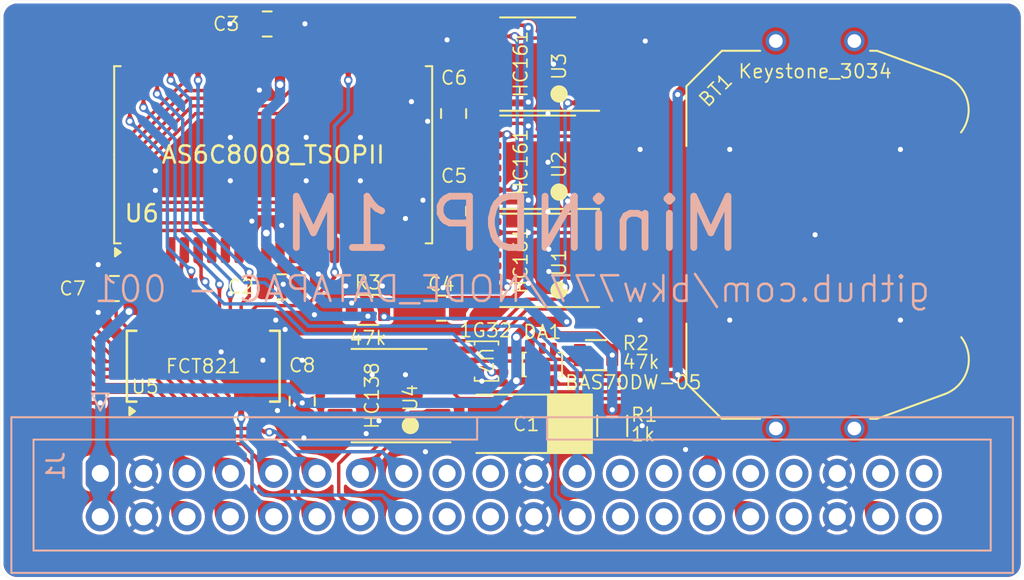
<source format=kicad_pcb>
(kicad_pcb (version 20240108) (generator "pcbnew") (generator_version "8.0")
  (title_block (title "MiniNDP 1M") (date "2024-05-13") (rev "001") (company "Brian K. White - b.kenyon.w@gmail.com") (comment 1 "github.com/bkw777/NODE_DATAPAC"))
  (layers (0 "F.Cu" signal) (31 "B.Cu" signal) (34 "B.Paste" user) (35 "F.Paste" user) (36 "B.SilkS" user "B.Silkscreen") (37 "F.SilkS" user "F.Silkscreen") (38 "B.Mask" user) (39 "F.Mask" user) (44 "Edge.Cuts" user))
  (net 0 "")
  (net 1 "GND")
  (net 2 "VMEM")
  (net 3 "VBUS")
  (net 4 "/AD0")
  (net 5 "/AD1")
  (net 6 "/AD2")
  (net 7 "/AD3")
  (net 8 "/AD4")
  (net 9 "/AD5")
  (net 10 "/AD6")
  (net 11 "/AD7")
  (net 12 "/A8")
  (net 13 "/A9")
  (net 14 "/~{RD}")
  (net 15 "/RAMRST")
  (net 16 "/~{Y0}")
  (net 17 "/(A)")
  (net 23 "/~{BLOCK}")
  (net 24 "/~{BYTE}")
  (net 25 "/TC0")
  (net 27 "/BUS_A10")
  (net 30 "/SLEEP")
  (net 31 "/A5")
  (net 32 "/A6")
  (net 33 "/TC1")
  (net 34 "/~{CE}")
  (net 35 "/A7")
  (net 36 "/BATT+")
  (net 37 "/BUS_A8")
  (net 38 "/BUS_A9")
  (net 39 "/A0")
  (net 40 "/A1")
  (net 41 "/A2")
  (net 42 "/A3")
  (net 43 "/A4")
  (net 44 "/BUS_A11")
  (net 58 "/~{WR}")
  (net 60 "Net-(C1-Pad1)")
  (net 62 "/A15")
  (net 63 "/A12")
  (net 64 "/A13")
  (net 65 "/A18")
  (net 66 "/A14")
  (net 67 "/A16")
  (net 68 "/A19")
  (net 69 "/A17")
  (net 70 "/A10")
  (net 71 "/A11")
  (footprint "000_LOCAL:CP_6032" (layer "F.Cu") (at 152.8565 110.85 180)
    (property "Reference" "C1")
    (property "Value" "220u10v" (hide yes))
  )
  (footprint "000_LOCAL:Fiducial_0.75_1.5" (layer "F.Cu") (at 180.2 87.775)
    (property "Reference" "F1" (hide yes))
    (property "Value" "Fiducial_0.75_1.5" (hide yes))
  )
  (footprint "000_LOCAL:TSSOP-16" (layer "F.Cu") (at 144.7375 109.2 180)
    (property "Reference" "U4")
    (property "Value" "HC138")
  )
  (footprint "000_LOCAL:TSOP-II-44" (layer "F.Cu") (at 137.95 95.0875 90)
    (property "Reference" "U6")
    (property "Value" "AS6C8008_TSOPII")
  )
  (footprint "000_LOCAL:C_0805" (layer "F.Cu") (at 139.65 109.525 90)
    (property "Reference" "C8")
    (property "Value" "1u")
  )
  (footprint "000_LOCAL:Fiducial_0.75_1.5" (layer "F.Cu") (at 180.2 118.275)
    (property "Reference" "F2" (hide yes))
    (property "Value" "Fiducial_0.75_1.5" (hide yes))
  )
  (footprint "000_LOCAL:C_0805" (layer "F.Cu") (at 138.45 102.825)
    (property "Reference" "C2")
    (property "Value" "1u")
  )
  (footprint "000_LOCAL:TSSOP-16" (layer "F.Cu") (at 153.45 95.525 180)
    (property "Reference" "U2")
    (property "Value" "HC161")
  )
  (footprint "000_LOCAL:C_0805" (layer "F.Cu") (at 148.521 98.388 -90)
    (property "Reference" "C5")
    (property "Value" "1u" (hide yes))
  )
  (footprint "000_LOCAL:SOT-363_SC-70-6_symmetric" (layer "F.Cu") (at 153.716 107.375 90)
    (property "Reference" "DA1")
    (property "Value" "BAS70DW-05")
  )
  (footprint "000_LOCAL:SSOP-24" (layer "F.Cu") (at 133.8525 107.475 90)
    (property "Reference" "U5")
    (property "Value" "FCT821")
  )
  (footprint "000_LOCAL:R_0805" (layer "F.Cu") (at 157.816 110.975 -90)
    (property "Reference" "R1")
    (property "Value" "1k")
  )
  (footprint "000_LOCAL:SOT-353_SC-70-5" (layer "F.Cu") (at 150.45 107.175)
    (property "Reference" "U7")
    (property "Value" "1G32")
  )
  (footprint "000_LOCAL:C_0805" (layer "F.Cu") (at 137.600001 87.425 180)
    (property "Reference" "C3")
    (property "Value" "1u")
  )
  (footprint "000_LOCAL:R_0805" (layer "F.Cu") (at 156.866 106.825 180)
    (property "Reference" "R2")
    (property "Value" "47k")
  )
  (footprint "000_LOCAL:C_0805" (layer "F.Cu") (at 147.8 104.075 180)
    (property "Reference" "C4")
    (property "Value" "1u" (hide yes))
  )
  (footprint "000_LOCAL:TSSOP-16" (layer "F.Cu") (at 153.45 89.775 180)
    (property "Reference" "U3")
    (property "Value" "HC161")
  )
  (footprint "000_LOCAL:Fiducial_0.75_1.5" (layer "F.Cu") (at 123.7 118.275)
    (property "Reference" "F3" (hide yes))
    (property "Value" "Fiducial_0.75_1.5" (hide yes))
  )
  (footprint "000_LOCAL:Keystone_3028_3034" (layer "F.Cu") (at 169.7 99.775 90)
    (property "Reference" "BT1")
    (property "Value" "Keystone_3034")
  )
  (footprint "000_LOCAL:R_0805" (layer "F.Cu") (at 143.5 104.175)
    (property "Reference" "R3")
    (property "Value" "47k")
  )
  (footprint "000_LOCAL:TSSOP-16" (layer "F.Cu") (at 153.45 101.275 180)
    (property "Reference" "U1")
    (property "Value" "HC161")
  )
  (footprint "000_LOCAL:C_0805" (layer "F.Cu") (at 128.650001 102.925 180)
    (property "Reference" "C7")
    (property "Value" "1u" (hide yes))
  )
  (footprint "000_LOCAL:C_0805" (layer "F.Cu") (at 148.521 92.673 -90)
    (property "Reference" "C6")
    (property "Value" "1u" (hide yes))
  )
  (footprint "000_LOCAL:IDC-Header_2x20_P2.54mm_Vertical" (layer "B.Cu") (at 127.82 113.755 -90)
    (property "Reference" "J1")
    (property "Value" "Conn_02x20_Odd_Even")
  )
  (gr_arc (start 180.95 86.025) (mid 181.657107 86.317893) (end 181.95 87.025) (stroke (width 0.01)) (layer "Edge.Cuts"))
  (gr_line (start 122.95 86.025) (end 180.95 86.025) (stroke (width 0.01)) (layer "Edge.Cuts"))
  (gr_arc (start 121.95 87.025) (mid 122.242893 86.317893) (end 122.95 86.025) (stroke (width 0.01)) (layer "Edge.Cuts"))
  (gr_line (start 180.95 120.025) (end 122.95 120.025) (stroke (width 0.01)) (layer "Edge.Cuts"))
  (gr_arc (start 181.95 119.025) (mid 181.657107 119.732107) (end 180.95 120.025) (stroke (width 0.01)) (layer "Edge.Cuts"))
  (gr_line (start 181.95 87.025) (end 181.95 119.025) (stroke (width 0.01)) (layer "Edge.Cuts"))
  (gr_arc (start 122.95 120.025) (mid 122.242893 119.732107) (end 121.95 119.025) (stroke (width 0.01)) (layer "Edge.Cuts"))
  (gr_line (start 121.95 119.025) (end 121.95 87.025) (stroke (width 0.01)) (layer "Edge.Cuts"))
  (gr_text "${TITLE}" (at 151.95 99.15 0) (layer "B.SilkS") (effects (font (size 3 3) (thickness 0.4)) (justify mirror)))
  (gr_text "${COMMENT1} - ${REVISION}" (at 151.95 102.96 0) (layer "B.SilkS") (effects (font (size 1.5 1.5)) (justify mirror)))
  (via (at 131.05 96.025) (size 0.5) (drill 0.3) (layers "F.Cu" "B.Cu") (net 1))
  (via (at 147.9 102.875) (size 0.5) (drill 0.3) (layers "F.Cu" "B.Cu") (net 1))
  (via (at 135.4146 87.4152) (size 0.5) (drill 0.3) (layers "F.Cu" "B.Cu") (net 1))
  (via (at 169.7 99.775) (size 0.5) (drill 0.3) (layers "F.Cu" "B.Cu") (net 1))
  (via (at 143.06 94.07) (size 0.5) (drill 0.3) (layers "F.Cu" "B.Cu") (net 1))
  (via (at 154.05 92.675) (size 0.5) (drill 0.3) (layers "F.Cu" "B.Cu") (net 1))
  (via (at 164.7 94.775) (size 0.5) (drill 0.3) (layers "F.Cu" "B.Cu") (net 1))
  (via (at 137.1418 91.3014) (size 0.5) (drill 0.3) (layers "F.Cu" "B.Cu") (net 1))
  (via (at 127.7 101.525) (size 0.5) (drill 0.3) (layers "F.Cu" "B.Cu") (net 1))
  (via (at 174.7 94.775) (size 0.5) (drill 0.3) (layers "F.Cu" "B.Cu") (net 1))
  (via (at 143.5 104.545) (size 0.5) (drill 0.3) (layers "F.Cu" "B.Cu") (net 1))
  (via (at 137.35 107.125) (size 0.5) (drill 0.3) (layers "F.Cu" "B.Cu") (net 1))
  (via (at 154.05 98.425) (size 0.5) (drill 0.3) (layers "F.Cu" "B.Cu") (net 1))
  (via (at 154.1 100.625) (size 0.5) (drill 0.3) (layers "F.Cu" "B.Cu") (net 1))
  (via (at 135.44 94.07) (size 0.5) (drill 0.3) (layers "F.Cu" "B.Cu") (net 1))
  (via (at 138.65 105.325) (size 0.5) (drill 0.3) (layers "F.Cu" "B.Cu") (net 1))
  (via (at 143.75 107.975) (size 0.5) (drill 0.3) (layers "F.Cu" "B.Cu") (net 1))
  (via (at 138.54 102.675) (size 0.5) (drill 0.3) (layers "F.Cu" "B.Cu") (net 1))
  (via (at 142.2 102.775) (size 0.5) (drill 0.3) (layers "F.Cu" "B.Cu") (net 1))
  (via (at 162.11 112.358) (size 0.5) (drill 0.3) (layers "F.Cu" "B.Cu") (net 1))
  (via (at 138.45 99.225) (size 0.5) (drill 0.3) (layers "F.Cu" "B.Cu") (net 1))
  (via (at 145.7 98.825) (size 0.5) (drill 0.3) (layers "F.Cu" "B.Cu") (net 1))
  (via (at 139.885 96.61) (size 0.5) (drill 0.3) (layers "F.Cu" "B.Cu") (net 1))
  (via (at 146.87 112.485) (size 0.5) (drill 0.3) (layers "F.Cu" "B.Cu") (net 1))
  (via (at 144.15 110.675) (size 0.5) (drill 0.3) (layers "F.Cu" "B.Cu") (net 1))
  (via (at 138.1 104.775) (size 0.5) (drill 0.3) (layers "F.Cu" "B.Cu") (net 1))
  (via (at 164.7 104.775) (size 0.5) (drill 0.3) (layers "F.Cu" "B.Cu") (net 1))
  (via (at 127.7 104.325) (size 0.5) (drill 0.3) (layers "F.Cu" "B.Cu") (net 1))
  (via (at 154.1 101.925) (size 0.5) (drill 0.3) (layers "F.Cu" "B.Cu") (net 1))
  (via (at 143.4 111.425) (size 0.5) (drill 0.3) (layers "F.Cu" "B.Cu") (net 1))
  (via (at 140.6 102.075) (size 0.5) (drill 0.3) (layers "F.Cu" "B.Cu") (net 1))
  (via (at 159.75 88.425) (size 0.5) (drill 0.3) (layers "F.Cu" "B.Cu") (net 1))
  (via (at 159.45 94.775) (size 0.5) (drill 0.3) (layers "F.Cu" "B.Cu") (net 1))
  (via (at 139.65 107.125) (size 0.5) (drill 0.3) (layers "F.Cu" "B.Cu") (net 1))
  (via (at 144.35 102.775) (size 0.5) (drill 0.3) (layers "F.Cu" "B.Cu") (net 1))
  (via (at 140.3676 104.4586) (size 0.5) (drill 0.3) (layers "F.Cu" "B.Cu") (net 1))
  (via (at 139.8088 87.4152) (size 0.5) (drill 0.3) (layers "F.Cu" "B.Cu") (net 1))
  (via (at 134.9 106.635) (size 0.5) (drill 0.3) (layers "F.Cu" "B.Cu") (net 1))
  (via (at 148.14 88.355) (size 0.5) (drill 0.3) (layers "F.Cu" "B.Cu") (net 1))
  (via (at 146.05 91.975) (size 0.5) (drill 0.3) (layers "F.Cu" "B.Cu") (net 1))
  (via (at 150.175 108.35) (size 0.5) (drill 0.3) (layers "F.Cu" "B.Cu") (net 1))
  (via (at 138.2 110.075) (size 0.5) (drill 0.3) (layers "F.Cu" "B.Cu") (net 1))
  (via (at 145.7 107.975) (size 0.5) (drill 0.3) (layers "F.Cu" "B.Cu") (net 1))
  (via (at 143.06 96.61) (size 0.5) (drill 0.3) (layers "F.Cu" "B.Cu") (net 1))
  (via (at 131.05 97.175) (size 0.5) (drill 0.3) (layers "F.Cu" "B.Cu") (net 1))
  (via (at 136.7 98.975) (size 0.5) (drill 0.3) (layers "F.Cu" "B.Cu") (net 1))
  (via (at 174.7 104.775) (size 0.5) (drill 0.3) (layers "F.Cu" "B.Cu") (net 1))
  (via (at 146.725 97.75) (size 0.5) (drill 0.3) (layers "F.Cu" "B.Cu") (net 1))
  (via (at 154.05 95.525) (size 0.5) (drill 0.3) (layers "F.Cu" "B.Cu") (net 1))
  (via (at 159.45 104.775) (size 0.5) (drill 0.3) (layers "F.Cu" "B.Cu") (net 1))
  (via (at 139.885 94.07) (size 0.5) (drill 0.3) (layers "F.Cu" "B.Cu") (net 1))
  (via (at 139.75 111.675) (size 0.5) (drill 0.3) (layers "F.Cu" "B.Cu") (net 1))
  (via (at 159.57 110.961) (size 0.5) (drill 0.3) (layers "F.Cu" "B.Cu") (net 1))
  (via (at 147 93.125) (size 0.5) (drill 0.3) (layers "F.Cu" "B.Cu") (net 1))
  (via (at 154.375 89.775) (size 0.5) (drill 0.3) (layers "F.Cu" "B.Cu") (net 1))
  (via (at 135.44 96.61) (size 0.5) (drill 0.3) (layers "F.Cu" "B.Cu") (net 1))
  (segment (start 153.416 105.625) (end 156.916 105.625) (width 0.4) (layer "F.Cu") (net 2))
  (segment (start 153.066 106.425) (end 152.966 106.525) (width 0.4) (layer "F.Cu") (net 2))
  (segment (start 137.55 102.775) (end 137.5 102.825) (width 0.6) (layer "F.Cu") (net 2))
  (segment (start 153.066 105.975) (end 153.416 105.625) (width 0.4) (layer "F.Cu") (net 2))
  (segment (start 152.966 106.525) (end 151.4 106.525) (width 0.4) (layer "F.Cu") (net 2))
  (segment (start 142.55 104.175) (end 142.55 103.775) (width 0.2) (layer "F.Cu") (net 2))
  (segment (start 138.35 90.975) (end 138.35 89.5) (width 0.6) (layer "F.Cu") (net 2))
  (segment (start 156.916 105.625) (end 157.816 106.525) (width 0.4) (layer "F.Cu") (net 2))
  (segment (start 138.35 89.5) (end 138.35 87.625) (width 0.6) (layer "F.Cu") (net 2))
  (segment (start 153.066 106.425) (end 153.066 105.975) (width 0.4) (layer "F.Cu") (net 2))
  (segment (start 157.816 106.525) (end 157.816 106.825) (width 0.4) (layer "F.Cu") (net 2))
  (segment (start 138.35 87.625) (end 138.55 87.425) (width 0.6) (layer "F.Cu") (net 2))
  (segment (start 137.55 99.675) (end 137.55 102.775) (width 0.6) (layer "F.Cu") (net 2))
  (via (at 138.35 90.975) (size 0.6) (drill 0.4) (layers "F.Cu" "B.Cu") (net 2))
  (via (at 157.816 106.825) (size 0.5) (drill 0.3) (layers "F.Cu" "B.Cu") (net 2))
  (via (at 157.816 110.025) (size 0.5) (drill 0.3) (layers "F.Cu" "B.Cu") (net 2))
  (via (at 137.55 99.675) (size 0.6) (drill 0.4) (layers "F.Cu" "B.Cu") (net 2))
  (via (at 142.55 103.775) (size 0.5) (drill 0.3) (layers "F.Cu" "B.Cu") (net 2))
  (segment (start 157.816 110.025) (end 157.816 106.825) (width 0.6) (layer "B.Cu") (net 2))
  (segment (start 138.35 91.8625) (end 138.35 90.975) (width 0.6) (layer "B.Cu") (net 2))
  (segment (start 140.95 103.775) (end 137.55 100.375) (width 0.6) (layer "B.Cu") (net 2))
  (segment (start 157.816 106.825) (end 156.766 105.775) (width 0.6) (layer "B.Cu") (net 2))
  (segment (start 137.55 92.6625) (end 138.35 91.8625) (width 0.6) (layer "B.Cu") (net 2))
  (segment (start 154.73125 105.775) (end 152.73125 103.775) (width 0.6) (layer "B.Cu") (net 2))
  (segment (start 156.766 105.775) (end 154.73125 105.775) (width 0.6) (layer "B.Cu") (net 2))
  (segment (start 137.55 100.375) (end 137.55 99.675) (width 0.6) (layer "B.Cu") (net 2))
  (segment (start 137.55 99.675) (end 137.55 92.6625) (width 0.6) (layer "B.Cu") (net 2))
  (segment (start 152.73125 103.775) (end 140.95 103.775) (width 0.6) (layer "B.Cu") (net 2))
  (segment (start 151.975 103.55) (end 150.5875 103.55) (width 0.4) (layer "F.Cu") (net 3))
  (segment (start 139.899999 110.474999) (end 140.9 111.475) (width 0.4) (layer "F.Cu") (net 3))
  (segment (start 152.75 93.25) (end 150.5875 93.25) (width 0.2) (layer "F.Cu") (net 3))
  (segment (start 152.85 92.05) (end 150.5875 92.05) (width 0.4) (layer "F.Cu") (net 3))
  (segment (start 130.36 104.435) (end 130.36 104.875) (width 0.4) (layer "F.Cu") (net 3))
  (segment (start 129.9 103.225) (end 129.6 102.925) (width 0.4) (layer "F.Cu") (net 3))
  (segment (start 152.9 92) (end 152.85 92.05) (width 0.4) (layer "F.Cu") (net 3))
  (segment (start 130.36 104.635) (end 130.36 104.875) (width 0.4) (layer "F.Cu") (net 3))
  (segment (start 152.9 102.625) (end 151.975 103.55) (width 0.4) (layer "F.Cu") (net 3))
  (segment (start 127.82 109.625) (end 127.15 109.625) (width 0.2) (layer "F.Cu") (net 3))
  (segment (start 129.5 104.275) (end 130 104.275) (width 0.4) (layer "F.Cu") (net 3))
  (segment (start 152.9 97.75) (end 152.85 97.8) (width 0.4) (layer "F.Cu") (net 3))
  (segment (start 152.85 97.8) (end 150.5875 97.8) (width 0.4) (layer "F.Cu") (net 3))
  (segment (start 129.9 103.975) (end 129.9 103.225) (width 0.4) (layer "F.Cu") (net 3))
  (segment (start 129.6 102.925) (end 129.5 103.025) (width 0.6) (layer "F.Cu") (net 3))
  (segment (start 152.9 93.4) (end 152.75 93.25) (width 0.2) (layer "F.Cu") (net 3))
  (segment (start 123.7 106.175) (end 123.7 99.841) (width 0.2) (layer "F.Cu") (net 3))
  (segment (start 148.847999 92.05) (end 148.521 91.723001) (width 0.4) (layer "F.Cu") (net 3))
  (segment (start 150.5875 99.65) (end 150.5875 99) (width 0.2) (layer "F.Cu") (net 3))
  (segment (start 150.5875 103.55) (end 148.749999 103.55) (width 0.4) (layer "F.Cu") (net 3))
  (segment (start 153.1 104.875) (end 152.2 105.775) (width 0.6) (layer "F.Cu") (net 3))
  (segment (start 129.5 103.025) (end 129.5 104.275) (width 0.6) (layer "F.Cu") (net 3))
  (segment (start 156.3125 99.65) (end 152.9 99.65) (width 0.2) (layer "F.Cu") (net 3))
  (segment (start 150.5875 92.05) (end 148.847999 92.05) (width 0.4) (layer "F.Cu") (net 3))
  (segment (start 130.36 104.435) (end 129.9 103.975) (width 0.4) (layer "F.Cu") (net 3))
  (segment (start 127.15 109.625) (end 123.7 106.175) (width 0.2) (layer "F.Cu") (net 3))
  (segment (start 132.75 90.791) (end 132.75 89.5) (width 0.2) (layer "F.Cu") (net 3))
  (segment (start 150.5875 97.8) (end 148.882999 97.8) (width 0.4) (layer "F.Cu") (net 3))
  (segment (start 140.9 111.475) (end 141.875 111.475) (width 0.4) (layer "F.Cu") (net 3))
  (segment (start 155.15 104.875) (end 153.1 104.875) (width 0.6) (layer "F.Cu") (net 3))
  (segment (start 148.882999 97.8) (end 148.521 97.438001) (width 0.4) (layer "F.Cu") (net 3))
  (segment (start 123.7 99.841) (end 132.75 90.791) (width 0.2) (layer "F.Cu") (net 3))
  (segment (start 148.749999 103.55) (end 148.749999 104.075) (width 0.4) (layer "F.Cu") (net 3))
  (segment (start 139.65 109.625) (end 139.65 110.474999) (width 0.6) (layer "F.Cu") (net 3))
  (segment (start 152.75 87.5) (end 150.5875 87.5) (width 0.2) (layer "F.Cu") (net 3))
  (segment (start 152.2 108.325) (end 153.066 108.325) (width 0.4) (layer "F.Cu") (net 3))
  (segment (start 152.9 99.65) (end 150.5875 99.65) (width 0.2) (layer "F.Cu") (net 3))
  (segment (start 152.9 87.65) (end 152.75 87.5) (width 0.2) (layer "F.Cu") (net 3))
  (segment (start 139.65 110.474999) (end 139.899999 110.474999) (width 0.4) (layer "F.Cu") (net 3))
  (segment (start 130 104.275) (end 130.36 104.635) (width 0.4) (layer "F.Cu") (net 3))
  (via (at 152.9 99.65) (size 0.5) (drill 0.3) (layers "F.Cu" "B.Cu") (net 3))
  (via (at 127.82 109.625) (size 0.5) (drill 0.3) (layers "F.Cu" "B.Cu") (net 3))
  (via (at 152.9 102.625) (size 0.5) (drill 0.3) (layers "F.Cu" "B.Cu") (net 3))
  (via (at 139.65 109.625) (size 0.5) (drill 0.3) (layers "F.Cu" "B.Cu") (net 3))
  (via (at 152.9 93.4) (size 0.5) (drill 0.3) (layers "F.Cu" "B.Cu") (net 3))
  (via (at 152.9 92) (size 0.5) (drill 0.3) (layers "F.Cu" "B.Cu") (net 3))
  (via (at 152.9 87.65) (size 0.5) (drill 0.3) (layers "F.Cu" "B.Cu") (net 3))
  (via (at 152.9 97.75) (size 0.5) (drill 0.3) (layers "F.Cu" "B.Cu") (net 3))
  (via (at 155.15 104.875) (size 0.5) (drill 0.3) (layers "F.Cu" "B.Cu") (net 3))
  (via (at 152.2 105.775) (size 0.6) (drill 0.4) (layers "F.Cu" "B.Cu") (net 3))
  (via (at 152.2 108.325) (size 0.6) (drill 0.4) (layers "F.Cu" "B.Cu") (net 3))
  (via (at 129.5 104.275) (size 0.6) (drill 0.4) (layers "F.Cu" "B.Cu") (net 3))
  (segment (start 155.15 104.875) (end 152.9 102.625) (width 0.6) (layer "B.Cu") (net 3))
  (segment (start 129.5 104.275) (end 127.82 105.955) (width 0.6) (layer "B.Cu") (net 3))
  (segment (start 127.82 105.955) (end 127.82 109.625) (width 0.6) (layer "B.Cu") (net 3))
  (segment (start 152.9 93.4) (end 152.9 92) (width 0.6) (layer "B.Cu") (net 3))
  (segment (start 139.65 109.625) (end 150.9 109.625) (width 0.6) (layer "B.Cu") (net 3))
  (segment (start 127.82 109.625) (end 127.82 113.755) (width 0.6) (layer "B.Cu") (net 3))
  (segment (start 139.65 109.625) (end 138.8 108.775) (width 0.6) (layer "B.Cu") (net 3))
  (segment (start 150.9 109.625) (end 152.2 108.325) (width 0.6) (layer "B.Cu") (net 3))
  (segment (start 152.9 97.75) (end 152.9 93.4) (width 0.6) (layer "B.Cu") (net 3))
  (segment (start 152.9 102.625) (end 152.9 97.75) (width 0.6) (layer "B.Cu") (net 3))
  (segment (start 152.9 92) (end 152.9 87.65) (width 0.6) (layer "B.Cu") (net 3))
  (segment (start 127.82 116.295) (end 127.82 113.755) (width 0.6) (layer "B.Cu") (net 3))
  (segment (start 138.8 108.775) (end 127.82 108.775) (width 0.6) (layer "B.Cu") (net 3))
  (segment (start 152.2 108.325) (end 152.2 105.775) (width 0.6) (layer "B.Cu") (net 3))
  (segment (start 124.15 100.026) (end 124.15 105.975) (width 0.2) (layer "F.Cu") (net 4))
  (segment (start 132.9 116.295) (end 131.63 115.025) (width 0.2) (layer "F.Cu") (net 4))
  (segment (start 127.179 109.004) (end 130.6 109.004) (width 0.2) (layer "F.Cu") (net 4))
  (segment (start 124.15 105.975) (end 127.179 109.004) (width 0.2) (layer "F.Cu") (net 4))
  (segment (start 135.7702 90.4632) (end 134.9084 91.325) (width 0.2) (layer "F.Cu") (net 4))
  (segment (start 131.63 115.025) (end 131.63 112.231) (width 0.2) (layer "F.Cu") (net 4))
  (segment (start 130.9188 109.9988) (end 130.995 110.075) (width 0.2) (layer "F.Cu") (net 4))
  (segment (start 135.7702 89.679799) (end 135.7702 90.4632) (width 0.2) (layer "F.Cu") (net 4))
  (segment (start 132.851 91.325) (end 124.15 100.026) (width 0.2) (layer "F.Cu") (net 4))
  (segment (start 135.95 89.499999) (end 135.7702 89.679799) (width 0.2) (layer "F.Cu") (net 4))
  (segment (start 130.9188 109.3228) (end 130.9188 109.9988) (width 0.2) (layer "F.Cu") (net 4))
  (segment (start 130.995 111.596) (end 130.995 110.075) (width 0.2) (layer "F.Cu") (net 4))
  (segment (start 134.9084 91.325) (end 132.851 91.325) (width 0.2) (layer "F.Cu") (net 4))
  (segment (start 131.63 112.231) (end 130.995 111.596) (width 0.2) (layer "F.Cu") (net 4))
  (segment (start 130.6 109.004) (end 130.9188 109.3228) (width 0.2) (layer "F.Cu") (net 4))
  (segment (start 124.6 105.725) (end 127.429 108.554) (width 0.2) (layer "F.Cu") (net 5))
  (segment (start 136.75 89.5) (end 136.583 89.667) (width 0.2) (layer "F.Cu") (net 5))
  (segment (start 127.429 108.554) (end 130.829 108.554) (width 0.2) (layer "F.Cu") (net 5))
  (segment (start 131.63 111.469) (end 131.63 110.075) (width 0.2) (layer "F.Cu") (net 5))
  (segment (start 135.2712 91.775) (end 133.0307 91.775) (width 0.2) (layer "F.Cu") (net 5))
  (segment (start 136.583 90.4632) (end 135.2712 91.775) (width 0.2) (layer "F.Cu") (net 5))
  (segment (start 136.583 89.667) (end 136.583 90.4632) (width 0.2) (layer "F.Cu") (net 5))
  (segment (start 132.392 112.231) (end 131.63 111.469) (width 0.2) (layer "F.Cu") (net 5))
  (segment (start 132.392 113.247) (end 132.392 112.231) (width 0.2) (layer "F.Cu") (net 5))
  (segment (start 124.6 100.2057) (end 124.6 105.725) (width 0.2) (layer "F.Cu") (net 5))
  (segment (start 131.5538 109.9988) (end 131.63 110.075) (width 0.2) (layer "F.Cu") (net 5))
  (segment (start 132.9 113.755) (end 132.392 113.247) (width 0.2) (layer "F.Cu") (net 5))
  (segment (start 130.829 108.554) (end 131.5538 109.2788) (width 0.2) (layer "F.Cu") (net 5))
  (segment (start 133.0307 91.775) (end 124.6 100.2057) (width 0.2) (layer "F.Cu") (net 5))
  (segment (start 131.5538 109.2788) (end 131.5538 109.9988) (width 0.2) (layer "F.Cu") (net 5))
  (segment (start 132.265 111.342) (end 132.265 110.075001) (width 0.2) (layer "F.Cu") (net 6))
  (segment (start 125.05 105.475) (end 125.05 100.375) (width 0.2) (layer "F.Cu") (net 6))
  (segment (start 127.679 108.104) (end 125.05 105.475) (width 0.2) (layer "F.Cu") (net 6))
  (segment (start 139.15 91.125) (end 139.15 89.5) (width 0.2) (layer "F.Cu") (net 6))
  (segment (start 132.1888 109.998801) (end 132.1888 109.2928) (width 0.2) (layer "F.Cu") (net 6))
  (segment (start 134.17 115.025) (end 134.17 113.247) (width 0.2) (layer "F.Cu") (net 6))
  (segment (start 135.44 116.295) (end 134.17 115.025) (width 0.2) (layer "F.Cu") (net 6))
  (segment (start 132.1888 109.2928) (end 131 108.104) (width 0.2) (layer "F.Cu") (net 6))
  (segment (start 131 108.104) (end 127.679 108.104) (width 0.2) (layer "F.Cu") (net 6))
  (segment (start 133.2 92.225) (end 138.05 92.225) (width 0.2) (layer "F.Cu") (net 6))
  (segment (start 138.05 92.225) (end 139.15 91.125) (width 0.2) (layer "F.Cu") (net 6))
  (segment (start 132.265 110.075001) (end 132.1888 109.998801) (width 0.2) (layer "F.Cu") (net 6))
  (segment (start 134.17 113.247) (end 132.265 111.342) (width 0.2) (layer "F.Cu") (net 6))
  (segment (start 125.05 100.375) (end 133.2 92.225) (width 0.2) (layer "F.Cu") (net 6))
  (segment (start 132.8238 109.2778) (end 131.2 107.654) (width 0.2) (layer "F.Cu") (net 7))
  (segment (start 132.9 110.075) (end 132.8238 109.9988) (width 0.2) (layer "F.Cu") (net 7))
  (segment (start 132.9 111.215) (end 132.9 110.075) (width 0.2) (layer "F.Cu") (net 7))
  (segment (start 127.929 107.654) (end 125.5 105.225) (width 0.2) (layer "F.Cu") (net 7))
  (segment (start 138.3 92.675) (end 139.95 91.025) (width 0.2) (layer "F.Cu") (net 7))
  (segment (start 135.44 113.755) (end 132.9 111.215) (width 0.2) (layer "F.Cu") (net 7))
  (segment (start 139.95 91.025) (end 139.95 89.499999) (width 0.2) (layer "F.Cu") (net 7))
  (segment (start 133.4 92.675) (end 138.3 92.675) (width 0.2) (layer "F.Cu") (net 7))
  (segment (start 132.8238 109.9988) (end 132.8238 109.2778) (width 0.2) (layer "F.Cu") (net 7))
  (segment (start 131.2 107.654) (end 127.929 107.654) (width 0.2) (layer "F.Cu") (net 7))
  (segment (start 125.5 105.225) (end 125.5 100.575) (width 0.2) (layer "F.Cu") (net 7))
  (segment (start 125.5 100.575) (end 133.4 92.675) (width 0.2) (layer "F.Cu") (net 7))
  (segment (start 135.3 113.615) (end 135.44 113.755) (width 0.2) (layer "B.Cu") (net 7))
  (segment (start 139.95 98.961) (end 139.95 100.675001) (width 0.2) (layer "F.Cu") (net 8))
  (segment (start 136.71 115.025) (end 136.71 113.247) (width 0.2) (layer "F.Cu") (net 8))
  (segment (start 131.35 107.204) (end 128.179 107.204) (width 0.2) (layer "F.Cu") (net 8))
  (segment (start 135.938 112.475) (end 135.0998 112.475) (width 0.2) (layer "F.Cu") (net 8))
  (segment (start 128.85 97.875) (end 138.864 97.875) (width 0.2) (layer "F.Cu") (net 8))
  (segment (start 133.535 110.9102) (end 133.535 110.075) (width 0.2) (layer "F.Cu") (net 8))
  (segment (start 138.864 97.875) (end 139.95 98.961) (width 0.2) (layer "F.Cu") (net 8))
  (segment (start 133.4588 109.3128) (end 131.35 107.204) (width 0.2) (layer "F.Cu") (net 8))
  (segment (start 125.95 100.775) (end 128.85 97.875) (width 0.2) (layer "F.Cu") (net 8))
  (segment (start 135.0998 112.475) (end 133.535 110.9102) (width 0.2) (layer "F.Cu") (net 8))
  (segment (start 133.535 110.075) (end 133.4588 109.9988) (width 0.2) (layer "F.Cu") (net 8))
  (segment (start 133.4588 109.9988) (end 133.4588 109.3128) (width 0.2) (layer "F.Cu") (net 8))
  (segment (start 136.71 113.247) (end 135.938 112.475) (width 0.2) (layer "F.Cu") (net 8))
  (segment (start 137.98 116.295) (end 136.71 115.025) (width 0.2) (layer "F.Cu") (net 8))
  (segment (start 125.95 104.975) (end 125.95 100.775) (width 0.2) (layer "F.Cu") (net 8))
  (segment (start 128.179 107.204) (end 125.95 104.975) (width 0.2) (layer "F.Cu") (net 8))
  (segment (start 131.55 106.754) (end 128.379 106.754) (width 0.2) (layer "F.Cu") (net 9))
  (segment (start 134.17 110.9102) (end 134.17 110.075) (width 0.2) (layer "F.Cu") (net 9))
  (segment (start 137.88 113.755) (end 136.15 112.025) (width 0.2) (layer "F.Cu") (net 9))
  (segment (start 126.4 104.775) (end 126.4 100.975) (width 0.2) (layer "F.Cu") (net 9))
  (segment (start 139.15 98.923) (end 139.15 100.675) (width 0.2) (layer "F.Cu") (net 9))
  (segment (start 128.379 106.754) (end 126.4 104.775) (width 0.2) (layer "F.Cu") (net 9))
  (segment (start 134.0938 109.9988) (end 134.0938 109.2978) (width 0.2) (layer "F.Cu") (net 9))
  (segment (start 126.4 100.975) (end 129.05 98.325) (width 0.2) (layer "F.Cu") (net 9))
  (segment (start 129.05 98.325) (end 138.552 98.325) (width 0.2) (layer "F.Cu") (net 9))
  (segment (start 134.17 110.075) (end 134.0938 109.9988) (width 0.2) (layer "F.Cu") (net 9))
  (segment (start 138.552 98.325) (end 139.15 98.923) (width 0.2) (layer "F.Cu") (net 9))
  (segment (start 137.98 113.755) (end 137.88 113.755) (width 0.2) (layer "F.Cu") (net 9))
  (segment (start 134.0938 109.2978) (end 131.55 106.754) (width 0.2) (layer "F.Cu") (net 9))
  (segment (start 135.2848 112.025) (end 134.17 110.9102) (width 0.2) (layer "F.Cu") (net 9))
  (segment (start 136.15 112.025) (end 135.2848 112.025) (width 0.2) (layer "F.Cu") (net 9))
  (segment (start 136.3925 111.575) (end 135.4698 111.575) (width 0.2) (layer "F.Cu") (net 10))
  (segment (start 126.85 104.575) (end 126.85 101.175) (width 0.2) (layer "F.Cu") (net 10))
  (segment (start 134.7288 109.9988) (end 134.7288 109.2828) (width 0.2) (layer "F.Cu") (net 10))
  (segment (start 126.85 101.175) (end 128.95 99.075) (width 0.2) (layer "F.Cu") (net 10))
  (segment (start 134.805 110.9102) (end 134.805 110.075) (width 0.2) (layer "F.Cu") (net 10))
  (segment (start 136.6 100.525) (end 136.75 100.675) (width 0.2) (layer "F.Cu") (net 10))
  (segment (start 134.7288 109.2828) (end 131.75 106.304) (width 0.2) (layer "F.Cu") (net 10))
  (segment (start 134.805 110.075) (end 134.7288 109.9988) (width 0.2) (layer "F.Cu") (net 10))
  (segment (start 136.6 99.8) (end 136.6 100.525) (width 0.2) (layer "F.Cu") (net 10))
  (segment (start 140.52 116.295) (end 139.25 115.025) (width 0.2) (layer "F.Cu") (net 10))
  (segment (start 139.25 115.025) (end 139.25 113.23795) (width 0.2) (layer "F.Cu") (net 10))
  (segment (start 135.875 99.075) (end 136.6 99.8) (width 0.2) (layer "F.Cu") (net 10))
  (segment (start 135.4698 111.575) (end 134.805 110.9102) (width 0.2) (layer "F.Cu") (net 10))
  (segment (start 131.75 106.304) (end 128.579 106.304) (width 0.2) (layer "F.Cu") (net 10))
  (segment (start 139.25 113.23795) (end 138.53705 112.525) (width 0.2) (layer "F.Cu") (net 10))
  (segment (start 138.53705 112.525) (end 137.3425 112.525) (width 0.2) (layer "F.Cu") (net 10))
  (segment (start 128.95 99.075) (end 135.875 99.075) (width 0.2) (layer "F.Cu") (net 10))
  (segment (start 128.579 106.304) (end 126.85 104.575) (width 0.2) (layer "F.Cu") (net 10))
  (segment (start 137.3425 112.525) (end 136.3925 111.575) (width 0.2) (layer "F.Cu") (net 10))
  (segment (start 130.029 105.854) (end 128.75 104.575) (width 0.2) (layer "F.Cu") (net 11))
  (segment (start 135.3638 109.998801) (end 135.3638 109.2178) (width 0.2) (layer "F.Cu") (net 11))
  (segment (start 135.3638 109.2178) (end 132 105.854) (width 0.2) (layer "F.Cu") (net 11))
  (segment (start 136.6073 111.125) (end 135.6548 111.125) (width 0.2) (layer "F.Cu") (net 11))
  (segment (start 135.8 99.825) (end 135.8 100.525001) (width 0.2) (layer "F.Cu") (net 11))
  (segment (start 135.44 110.075001) (end 135.3638 109.998801) (width 0.2) (layer "F.Cu") (net 11))
  (segment (start 140.52 113.755) (end 138.84 112.075) (width 0.2) (layer "F.Cu") (net 11))
  (segment (start 135.8 100.525001) (end 135.95 100.675001) (width 0.2) (layer "F.Cu") (net 11))
  (segment (start 129.15 99.525) (end 135.5 99.525) (width 0.2) (layer "F.Cu") (net 11))
  (segment (start 128.75 99.925) (end 129.15 99.525) (width 0.2) (layer "F.Cu") (net 11))
  (segment (start 138.84 112.075) (end 137.5573 112.075) (width 0.2) (layer "F.Cu") (net 11))
  (segment (start 132 105.854) (end 130.029 105.854) (width 0.2) (layer "F.Cu") (net 11))
  (segment (start 135.44 110.9102) (end 135.44 110.075001) (width 0.2) (layer "F.Cu") (net 11))
  (segment (start 128.75 104.575) (end 128.75 99.925) (width 0.2) (layer "F.Cu") (net 11))
  (segment (start 135.6548 111.125) (end 135.44 110.9102) (width 0.2) (layer "F.Cu") (net 11))
  (segment (start 135.5 99.525) (end 135.8 99.825) (width 0.2) (layer "F.Cu") (net 11))
  (segment (start 137.5573 112.075) (end 136.6073 111.125) (width 0.2) (layer "F.Cu") (net 11))
  (segment (start 146.35 90.1) (end 146.35 89.5) (width 0.2) (layer "F.Cu") (net 12))
  (segment (start 150.5875 90.1) (end 146.35 90.1) (width 0.2) (layer "F.Cu") (net 12))
  (segment (start 150.5875 90.75) (end 146.025 90.75) (width 0.2) (layer "F.Cu") (net 13))
  (segment (start 145.7 90.425) (end 145.7 89.649999) (width 0.2) (layer "F.Cu") (net 13))
  (segment (start 145.7 89.649999) (end 145.55 89.499999) (width 0.2) (layer "F.Cu") (net 13))
  (segment (start 146.025 90.75) (end 145.7 90.425) (width 0.2) (layer "F.Cu") (net 13))
  (segment (start 131.95 89.5) (end 131.95 90.725) (width 0.2) (layer "F.Cu") (net 14))
  (via (at 131.95 90.725) (size 0.5) (drill 0.3) (layers "F.Cu" "B.Cu") (net 14))
  (segment (start 133.1 91.875) (end 133.1 99.375) (width 0.2) (layer "B.Cu") (net 14))
  (segment (start 137.464 102.579) (end 140.01 105.125) (width 0.2) (layer "B.Cu") (net 14))
  (segment (start 131.95 90.725) (end 133.1 91.875) (width 0.2) (layer "B.Cu") (net 14))
  (segment (start 136.304 102.579) (end 137.464 102.579) (width 0.2) (layer "B.Cu") (net 14))
  (segment (start 140.01 105.125) (end 152.475 105.125) (width 0.2) (layer "B.Cu") (net 14))
  (segment (start 133.1 99.375) (end 136.304 102.579) (width 0.2) (layer "B.Cu") (net 14))
  (segment (start 154.49 107.14) (end 154.49 115.025) (width 0.2) (layer "B.Cu") (net 14))
  (segment (start 152.475 105.125) (end 154.49 107.14) (width 0.2) (layer "B.Cu") (net 14))
  (segment (start 154.49 115.025) (end 155.76 116.295) (width 0.2) (layer "B.Cu") (net 14))
  (segment (start 167.19 113.12) (end 166.495 112.425) (width 0.2) (layer "F.Cu") (net 15))
  (segment (start 161.2 108.525) (end 154.566 108.525) (width 0.2) (layer "F.Cu") (net 15))
  (segment (start 154.566 108.525) (end 154.366 108.325) (width 0.2) (layer "F.Cu") (net 15))
  (segment (start 173.54 116.295) (end 172.27 115.025) (width 0.2) (layer "F.Cu") (net 15))
  (segment (start 167.19 114.415) (end 167.19 113.12) (width 0.2) (layer "F.Cu") (net 15))
  (segment (start 167.8 115.025) (end 167.19 114.415) (width 0.2) (layer "F.Cu") (net 15))
  (segment (start 165.1 112.425) (end 161.2 108.525) (width 0.2) (layer "F.Cu") (net 15))
  (segment (start 172.27 115.025) (end 167.8 115.025) (width 0.2) (layer "F.Cu") (net 15))
  (segment (start 166.495 112.425) (end 165.1 112.425) (width 0.2) (layer "F.Cu") (net 15))
  (segment (start 147.6 108.875) (end 147.7 108.975) (width 0.2) (layer "F.Cu") (net 16))
  (segment (start 148.45 108.975) (end 148.85 109.375) (width 0.2) (layer "F.Cu") (net 16))
  (segment (start 147.7 108.975) (end 148.45 108.975) (width 0.2) (layer "F.Cu") (net 16))
  (segment (start 163.38 112.105) (end 163.38 113.755) (width 0.2) (layer "F.Cu") (net 16))
  (segment (start 148.85 109.375) (end 160.65 109.375) (width 0.2) (layer "F.Cu") (net 16))
  (segment (start 160.65 109.375) (end 163.38 112.105) (width 0.2) (layer "F.Cu") (net 16))
  (segment (start 164.65 115.025) (end 164.65 112.675) (width 0.2) (layer "F.Cu") (net 17))
  (segment (start 164.65 112.675) (end 160.95 108.975) (width 0.2) (layer "F.Cu") (net 17))
  (segment (start 148.45 108.325) (end 147.7 108.325) (width 0.2) (layer "F.Cu") (net 17))
  (segment (start 165.92 116.295) (end 164.65 115.025) (width 0.2) (layer "F.Cu") (net 17))
  (segment (start 149.1 108.975) (end 148.45 108.325) (width 0.2) (layer "F.Cu") (net 17))
  (segment (start 147.7 108.325) (end 147.6 108.225) (width 0.2) (layer "F.Cu") (net 17))
  (segment (start 160.95 108.975) (end 149.1 108.975) (width 0.2) (layer "F.Cu") (net 17))
  (segment (start 138.05 105.975) (end 150.35 105.975) (width 0.2) (layer "F.Cu") (net 23))
  (segment (start 156.3125 92.05) (end 155.2 92.05) (width 0.2) (layer "F.Cu") (net 23))
  (segment (start 140.7 105.975) (end 140.7 107.9) (width 0.2) (layer "F.Cu") (net 23))
  (segment (start 155.05 103.55) (end 155.05 102.825) (width 0.2) (layer "F.Cu") (net 23))
  (segment (start 152.775 103.55) (end 156.3125 103.55) (width 0.2) (layer "F.Cu") (net 23))
  (segment (start 140.7 107.9) (end 140.925 108.125) (width 0.2) (layer "F.Cu") (net 23))
  (segment (start 137.345 105.27) (end 138.05 105.975) (width 0.2) (layer "F.Cu") (net 23))
  (segment (start 141.775 108.125) (end 141.875 108.225) (width 0.2) (layer "F.Cu") (net 23))
  (segment (start 137.345 104.875) (end 137.345 105.27) (width 0.2) (layer "F.Cu") (net 23))
  (segment (start 140.925 108.125) (end 141.775 108.125) (width 0.2) (layer "F.Cu") (net 23))
  (segment (start 150.35 105.975) (end 152.775 103.55) (width 0.2) (layer "F.Cu") (net 23))
  (segment (start 156.3125 97.8) (end 155.2 97.8) (width 0.2) (layer "F.Cu") (net 23))
  (via (at 155.2 97.8) (size 0.5) (drill 0.3) (layers "F.Cu" "B.Cu") (net 23))
  (via (at 155.05 102.825) (size 0.5) (drill 0.3) (layers "F.Cu" "B.Cu") (net 23))
  (via (at 155.2 92.05) (size 0.5) (drill 0.3) (layers "F.Cu" "B.Cu") (net 23))
  (segment (start 155.05 92.2) (end 155.05 97.65) (width 0.2) (layer "B.Cu") (net 23))
  (segment (start 155.2 97.8) (end 155.05 97.95) (width 0.2) (layer "B.Cu") (net 23))
  (segment (start 155.2 92.05) (end 155.05 92.2) (width 0.2) (layer "B.Cu") (net 23))
  (segment (start 155.05 97.95) (end 155.05 102.825) (width 0.2) (layer "B.Cu") (net 23))
  (segment (start 155.05 97.65) (end 155.2 97.8) (width 0.2) (layer "B.Cu") (net 23))
  (segment (start 157.538 102.9) (end 156.3125 102.9) (width 0.2) (layer "F.Cu") (net 24))
  (segment (start 142.4 106.925) (end 142.9 106.425) (width 0.2) (layer "F.Cu") (net 24))
  (segment (start 157.538 103.9125) (end 157.538 97.15) (width 0.2) (layer "F.Cu") (net 24))
  (segment (start 157.538 97.15) (end 157.538 91.784) (width 0.2) (layer "F.Cu") (net 24))
  (segment (start 152.8375 104.125) (end 157.3255 104.125) (width 0.2) (layer "F.Cu") (net 24))
  (segment (start 149.5 106.525) (end 149.6 106.425) (width 0.2) (layer "F.Cu") (net 24))
  (segment (start 157.538 91.784) (end 157.154 91.4) (width 0.2) (layer "F.Cu") (net 24))
  (segment (start 156.3125 97.15) (end 157.538 97.15) (width 0.2) (layer "F.Cu") (net 24))
  (segment (start 149.6 106.425) (end 150.5375 106.425) (width 0.2) (layer "F.Cu") (net 24))
  (segment (start 141.875 106.925) (end 142.4 106.925) (width 0.2) (layer "F.Cu") (net 24))
  (segment (start 142.9 106.425) (end 149.4 106.425) (width 0.2) (layer "F.Cu") (net 24))
  (segment (start 149.4 106.425) (end 149.5 106.525) (width 0.2) (layer "F.Cu") (net 24))
  (segment (start 157.154 91.4) (end 156.3125 91.4) (width 0.2) (layer "F.Cu") (net 24))
  (segment (start 157.3255 104.125) (end 157.538 103.9125) (width 0.2) (layer "F.Cu") (net 24))
  (segment (start 150.5375 106.425) (end 152.8375 104.125) (width 0.2) (layer "F.Cu") (net 24))
  (segment (start 151.65 93.9) (end 150.5875 93.9) (width 0.2) (layer "F.Cu") (net 25))
  (segment (start 150.5875 102.9) (end 151.575 102.9) (width 0.2) (layer "F.Cu") (net 25))
  (segment (start 156.3125 93.9) (end 156.2125 94) (width 0.2) (layer "F.Cu") (net 25))
  (segment (start 151.575 102.9) (end 151.65 102.825) (width 0.2) (layer "F.Cu") (net 25))
  (segment (start 156.2125 94) (end 151.75 94) (width 0.2) (layer "F.Cu") (net 25))
  (segment (start 151.75 94) (end 151.65 93.9) (width 0.2) (layer "F.Cu") (net 25))
  (via (at 151.65 102.825) (size 0.5) (drill 0.3) (layers "F.Cu" "B.Cu") (net 25))
  (via (at 151.65 93.9) (size 0.5) (drill 0.3) (layers "F.Cu" "B.Cu") (net 25))
  (segment (start 151.5 94.05) (end 151.65 93.9) (width 0.2) (layer "B.Cu") (net 25))
  (segment (start 151.5 102.675) (end 151.5 94.05) (width 0.2) (layer "B.Cu") (net 25))
  (segment (start 151.65 102.825) (end 151.5 102.675) (width 0.2) (layer "B.Cu") (net 25))
  (segment (start 136.075 110.525) (end 136.075 110.075) (width 0.2) (layer "F.Cu") (net 27))
  (via (at 136.075 110.525) (size 0.5) (drill 0.3) (layers "F.Cu" "B.Cu") (net 27))
  (segment (start 136.075 111.85) (end 136.71 112.485) (width 0.2) (layer "B.Cu") (net 27))
  (segment (start 136.71 114.335) (end 137.4 115.025) (width 0.2) (layer "B.Cu") (net 27))
  (segment (start 137.4 115.025) (end 144.33 115.025) (width 0.2) (layer "B.Cu") (net 27))
  (segment (start 136.71 112.485) (end 136.71 114.335) (width 0.2) (layer "B.Cu") (net 27))
  (segment (start 144.33 115.025) (end 145.6 116.295) (width 0.2) (layer "B.Cu") (net 27))
  (segment (start 136.075 110.525) (end 136.075 111.85) (width 0.2) (layer "B.Cu") (net 27))
  (segment (start 153.525 107.075) (end 153.425 107.175) (width 0.2) (layer "F.Cu") (net 30))
  (segment (start 154.366 106.95) (end 154.491 107.075) (width 0.2) (layer "F.Cu") (net 30))
  (segment (start 155.916 106.825) (end 155.666 107.075) (width 0.2) (layer "F.Cu") (net 30))
  (segment (start 154.366 107.075) (end 154.366 106.425) (width 0.2) (layer "F.Cu") (net 30))
  (segment (start 154.366 106.95) (end 154.241 107.075) (width 0.2) (layer "F.Cu") (net 30))
  (segment (start 155.666 107.075) (end 153.525 107.075) (width 0.2) (layer "F.Cu") (net 30))
  (segment (start 153.425 107.175) (end 149.5 107.175) (width 0.2) (layer "F.Cu") (net 30))
  (segment (start 143.15 92.763) (end 143.15 89.5) (width 0.2) (layer "F.Cu") (net 31))
  (segment (start 150.5875 95.85) (end 146.237 95.85) (width 0.2) (layer "F.Cu") (net 31))
  (segment (start 146.237 95.85) (end 143.15 92.763) (width 0.2) (layer "F.Cu") (net 31))
  (segment (start 143.95 92.801) (end 143.95 89.5) (width 0.2) (layer "F.Cu") (net 32))
  (segment (start 150.5875 95.2) (end 146.349 95.2) (width 0.2) (layer "F.Cu") (net 32))
  (segment (start 146.349 95.2) (end 143.95 92.801) (width 0.2) (layer "F.Cu") (net 32))
  (segment (start 151.95 97.15) (end 152.1 97) (width 0.2) (layer "F.Cu") (net 33))
  (segment (start 156.2125 88.25) (end 152.2 88.25) (width 0.2) (layer "F.Cu") (net 33))
  (segment (start 150.5875 97.15) (end 151.95 97.15) (width 0.2) (layer "F.Cu") (net 33))
  (segment (start 152.1 88.15) (end 150.5875 88.15) (width 0.2) (layer "F.Cu") (net 33))
  (segment (start 156.3125 88.15) (end 156.2125 88.25) (width 0.2) (layer "F.Cu") (net 33))
  (segment (start 152.2 88.25) (end 152.1 88.15) (width 0.2) (layer "F.Cu") (net 33))
  (via (at 152.1 88.15) (size 0.5) (drill 0.3) (layers "F.Cu" "B.Cu") (net 33))
  (via (at 152.1 97) (size 0.5) (drill 0.3) (layers "F.Cu" "B.Cu") (net 33))
  (segment (start 152.249999 96.850001) (end 152.249999 88.299999) (width 0.2) (layer "B.Cu") (net 33))
  (segment (start 152.249999 88.299999) (end 152.1 88.15) (width 0.2) (layer "B.Cu") (net 33))
  (segment (start 152.1 97) (end 152.249999 96.850001) (width 0.2) (layer "B.Cu") (net 33))
  (segment (start 133.9668 102.5282) (end 133.725 102.2864) (width 0.2) (layer "F.Cu") (net 34))
  (segment (start 133.725 102.2864) (end 133.725 100.85) (width 0.2) (layer "F.Cu") (net 34))
  (segment (start 151.4 107.825) (end 150.7496 107.825) (width 0.2) (layer "F.Cu") (net 34))
  (segment (start 133.725 100.85) (end 133.55 100.675) (width 0.2) (layer "F.Cu") (net 34))
  (via (at 133.9668 102.5282) (size 0.5) (drill 0.3) (layers "F.Cu" "B.Cu") (net 34))
  (via (at 150.7496 107.825) (size 0.5) (drill 0.3) (layers "F.Cu" "B.Cu") (net 34))
  (segment (start 138.08 103.825) (end 135.075 103.825) (width 0.2) (layer "B.Cu") (net 34))
  (segment (start 148.4996 105.575) (end 139.83 105.575) (width 0.2) (layer "B.Cu") (net 34))
  (segment (start 139.83 105.575) (end 138.08 103.825) (width 0.2) (layer "B.Cu") (net 34))
  (segment (start 135.075 103.825) (end 133.9668 102.7168) (width 0.2) (layer "B.Cu") (net 34))
  (segment (start 133.9668 102.7168) (end 133.9668 102.5282) (width 0.2) (layer "B.Cu") (net 34))
  (segment (start 150.7496 107.825) (end 148.4996 105.575) (width 0.2) (layer "B.Cu") (net 34))
  (segment (start 144.75 92.839) (end 144.75 89.5) (width 0.2) (layer "F.Cu") (net 35))
  (segment (start 150.5875 94.55) (end 146.461 94.55) (width 0.2) (layer "F.Cu") (net 35))
  (segment (start 146.461 94.55) (end 144.75 92.839) (width 0.2) (layer "F.Cu") (net 35))
  (segment (start 161.65 107.975) (end 164.8 111.125) (width 0.6) (layer "F.Cu") (net 36))
  (segment (start 153.716 107.775) (end 153.716 108.375) (width 0.4) (layer "F.Cu") (net 36))
  (segment (start 161.65 91.561) (end 164.786 88.425) (width 0.6) (layer "F.Cu") (net 36))
  (segment (start 153.916 107.575) (end 153.716 107.775) (width 0.4) (layer "F.Cu") (net 36))
  (segment (start 161.65 107.975) (end 155.2785 107.975) (width 0.4) (layer "F.Cu") (net 36))
  (segment (start 155.2785 107.975) (end 154.8785 107.575) (width 0.4) (layer "F.Cu") (net 36))
  (segment (start 164.8 111.125) (end 169.7 111.125) (width 0.6) (layer "F.Cu") (net 36))
  (segment (start 154.8785 107.575) (end 153.916 107.575) (width 0.4) (layer "F.Cu") (net 36))
  (segment (start 164.786 88.425) (end 169.7 88.425) (width 0.6) (layer "F.Cu") (net 36))
  (via (at 167.4 88.425) (size 1.2) (drill 0.8) (layers "F.Cu" "B.Cu") (net 36))
  (via (at 167.4 111.125) (size 1.2) (drill 0.8) (layers "F.Cu" "B.Cu") (net 36))
  (via (at 161.65 91.561) (size 0.5) (drill 0.3) (layers "F.Cu" "B.Cu") (net 36))
  (via (at 161.65 107.975) (size 0.5) (drill 0.3) (layers "F.Cu" "B.Cu") (net 36))
  (via (at 172 111.125) (size 1.2) (drill 0.8) (layers "F.Cu" "B.Cu") (net 36))
  (via (at 172 88.425) (size 1.2) (drill 0.8) (layers "F.Cu" "B.Cu") (net 36))
  (segment (start 161.65 91.561) (end 161.65 107.975) (width 0.6) (layer "B.Cu") (net 36))
  (segment (start 143.695 112.485) (end 142.4885 112.485) (width 0.2) (layer "F.Cu") (net 37))
  (segment (start 141.79 113.1835) (end 141.79 115.025) (width 0.2) (layer "F.Cu") (net 37))
  (segment (start 141.79 115.025) (end 143.06 116.295) (width 0.2) (layer "F.Cu") (net 37))
  (segment (start 142.4885 112.485) (end 141.79 113.1835) (width 0.2) (layer "F.Cu") (net 37))
  (segment (start 146.005 110.175) (end 143.695 112.485) (width 0.2) (layer "F.Cu") (net 37))
  (segment (start 147.6 110.175) (end 146.005 110.175) (width 0.2) (layer "F.Cu") (net 37))
  (segment (start 145.99 110.825) (end 147.6 110.825) (width 0.2) (layer "F.Cu") (net 38))
  (segment (start 143.06 113.755) (end 145.99 110.825) (width 0.2) (layer "F.Cu") (net 38))
  (segment (start 147.0875 102.625) (end 145.2 102.625) (width 0.2) (layer "F.Cu") (net 39))
  (segment (start 147.5625 102.15) (end 147.0875 102.625) (width 0.2) (layer "F.Cu") (net 39))
  (segment (start 144.1 101.525) (end 144.1 100.825) (width 0.2) (layer "F.Cu") (net 39))
  (segment (start 145.2 102.625) (end 144.1 101.525) (width 0.2) (layer "F.Cu") (net 39))
  (segment (start 144.1 100.825) (end 143.95 100.675) (width 0.2) (layer "F.Cu") (net 39))
  (segment (start 150.5875 102.25) (end 150.4875 102.15) (width 0.2) (layer "F.Cu") (net 39))
  (segment (start 150.4875 102.15) (end 147.5625 102.15) (width 0.2) (layer "F.Cu") (net 39))
  (segment (start 150.5875 101.6) (end 147.5 101.6) (width 0.2) (layer "F.Cu") (net 40))
  (segment (start 144.9 100.825) (end 144.75 100.675) (width 0.2) (layer "F.Cu") (net 40))
  (segment (start 146.9 102.2) (end 145.575 102.2) (width 0.2) (layer "F.Cu") (net 40))
  (segment (start 144.9 101.525) (end 144.9 100.825) (width 0.2) (layer "F.Cu") (net 40))
  (segment (start 147.5 101.6) (end 146.9 102.2) (width 0.2) (layer "F.Cu") (net 40))
  (segment (start 145.575 102.2) (end 144.9 101.525) (width 0.2) (layer "F.Cu") (net 40))
  (segment (start 150.5875 100.95) (end 147.55 100.95) (width 0.2) (layer "F.Cu") (net 41))
  (segment (start 145.7 101.525) (end 145.7 100.825001) (width 0.2) (layer "F.Cu") (net 41))
  (segment (start 146.725 101.775) (end 145.95 101.775) (width 0.2) (layer "F.Cu") (net 41))
  (segment (start 147.55 100.95) (end 146.725 101.775) (width 0.2) (layer "F.Cu") (net 41))
  (segment (start 145.95 101.775) (end 145.7 101.525) (width 0.2) (layer "F.Cu") (net 41))
  (segment (start 145.7 100.825001) (end 145.55 100.675001) (width 0.2) (layer "F.Cu") (net 41))
  (segment (start 150.5875 100.3) (end 150.4929 100.3946) (width 0.2) (layer "F.Cu") (net 42))
  (segment (start 146.35 100.3946) (end 146.35 100.675) (width 0.2) (layer "F.Cu") (net 42))
  (segment (start 150.4929 100.3946) (end 146.35 100.3946) (width 0.2) (layer "F.Cu") (net 42))
  (segment (start 143.314 100.511) (end 143.15 100.675) (width 0.2) (layer "F.Cu") (net 43))
  (segment (start 143.314 99.404) (end 143.314 100.511) (width 0.2) (layer "F.Cu") (net 43))
  (segment (start 150.5875 96.5) (end 146.218 96.5) (width 0.2) (layer "F.Cu") (net 43))
  (segment (start 146.218 96.5) (end 143.314 99.404) (width 0.2) (layer "F.Cu") (net 43))
  (segment (start 137.417 111.342) (end 136.8 110.725) (width 0.2) (layer "F.Cu") (net 44))
  (segment (start 137.726 111.342) (end 137.417 111.342) (width 0.2) (layer "F.Cu") (net 44))
  (segment (start 136.8 110.725) (end 136.8 110.165) (width 0.2) (layer "F.Cu") (net 44))
  (segment (start 136.8 110.165) (end 136.71 110.075) (width 0.2) (layer "F.Cu") (net 44))
  (via (at 137.726 111.342) (size 0.5) (drill 0.3) (layers "F.Cu" "B.Cu") (net 44))
  (segment (start 138.1215 111.342) (end 139.2645 112.485) (width 0.2) (layer "B.Cu") (net 44))
  (segment (start 137.726 111.342) (end 138.1215 111.342) (width 0.2) (layer "B.Cu") (net 44))
  (segment (start 139.2645 112.485) (end 144.33 112.485) (width 0.2) (layer "B.Cu") (net 44))
  (segment (start 144.33 112.485) (end 145.6 113.755) (width 0.2) (layer "B.Cu") (net 44))
  (segment (start 144.45 104.175) (end 144.45 103.875) (width 0.2) (layer "F.Cu") (net 58))
  (segment (start 144.45 103.875) (end 142.5266 101.9516) (width 0.2) (layer "F.Cu") (net 58))
  (segment (start 142.5266 100.8516) (end 142.35 100.675) (width 0.2) (layer "F.Cu") (net 58))
  (segment (start 144.45 104.175) (end 144.45 104.575) (width 0.2) (layer "F.Cu") (net 58))
  (segment (start 142.5266 101.9516) (end 142.5266 100.8516) (width 0.2) (layer "F.Cu") (net 58))
  (via (at 144.45 104.575) (size 0.5) (drill 0.3) (layers "F.Cu" "B.Cu") (net 58))
  (segment (start 144.45 104.575) (end 144.55 104.675) (width 0.2) (layer "B.Cu") (net 58))
  (segment (start 152.675 104.675) (end 155.76 107.76) (width 0.2) (layer "B.Cu") (net 58))
  (segment (start 144.55 104.675) (end 152.675 104.675) (width 0.2) (layer "B.Cu") (net 58))
  (segment (start 155.76 107.76) (end 155.76 113.755) (width 0.2) (layer "B.Cu") (net 58))
  (segment (start 156.194 111.725) (end 155.319 110.85) (width 0.6) (layer "F.Cu") (net 60))
  (segment (start 157.616 111.725) (end 156.194 111.725) (width 0.6) (layer "F.Cu") (net 60))
  (segment (start 157.816 111.925) (end 157.616 111.725) (width 0.6) (layer "F.Cu") (net 60))
  (segment (start 129.55 93.125) (end 129.55 89.5) (width 0.2) (layer "F.Cu") (net 62))
  (segment (start 134.0938 104.7988) (end 134.17 104.875) (width 0.2) (layer "F.Cu") (net 62))
  (segment (start 133.15 102.575) (end 134.0938 103.5188) (width 0.2) (layer "F.Cu") (net 62))
  (segment (start 133.15 101.9) (end 133.15 102.575) (width 0.2) (layer "F.Cu") (net 62))
  (segment (start 134.0938 103.5188) (end 134.0938 104.7988) (width 0.2) (layer "F.Cu") (net 62))
  (via (at 133.15 101.9) (size 0.5) (drill 0.3) (layers "F.Cu" "B.Cu") (net 62))
  (via (at 129.55 93.125) (size 0.5) (drill 0.3) (layers "F.Cu" "B.Cu") (net 62))
  (segment (start 131.75 95.325) (end 131.75 100.5) (width 0.2) (layer "B.Cu") (net 62))
  (segment (start 129.55 93.125) (end 131.75 95.325) (width 0.2) (layer "B.Cu") (net 62))
  (segment (start 131.75 100.5) (end 133.15 101.9) (width 0.2) (layer "B.Cu") (net 62))
  (segment (start 132.1888 103.6638) (end 132.1888 104.798799) (width 0.2) (layer "F.Cu") (net 63))
  (segment (start 131.55 101.875) (end 131.55 103.025) (width 0.2) (layer "F.Cu") (net 63))
  (segment (start 131.3252 101.6502) (end 131.55 101.875) (width 0.2) (layer "F.Cu") (net 63))
  (segment (start 131.3252 100.8502) (end 131.3252 101.6502) (width 0.2) (layer "F.Cu") (net 63))
  (segment (start 131.15 100.675) (end 131.3252 100.8502) (width 0.2) (layer "F.Cu") (net 63))
  (segment (start 131.55 103.025) (end 132.1888 103.6638) (width 0.2) (layer "F.Cu") (net 63))
  (segment (start 132.1888 104.798799) (end 132.265 104.874999) (width 0.2) (layer "F.Cu") (net 63))
  (segment (start 132.8238 103.5988) (end 132.8238 104.7988) (width 0.2) (layer "F.Cu") (net 64))
  (segment (start 132.05 100.775) (end 132.05 102.825) (width 0.2) (layer "F.Cu") (net 64))
  (segment (start 131.95 100.675) (end 132.05 100.775) (width 0.2) (layer "F.Cu") (net 64))
  (segment (start 132.8238 104.7988) (end 132.9 104.875) (width 0.2) (layer "F.Cu") (net 64))
  (segment (start 132.05 102.825) (end 132.8238 103.5988) (width 0.2) (layer "F.Cu") (net 64))
  (segment (start 133.55 89.5) (end 133.55 90.725) (width 0.2) (layer "F.Cu") (net 65))
  (segment (start 136.075 103.85) (end 136.075 104.875) (width 0.2) (layer "F.Cu") (net 65))
  (segment (start 136.55 103.375) (end 136.075 103.85) (width 0.2) (layer "F.Cu") (net 65))
  (segment (start 136.55 101.975) (end 136.55 103.375) (width 0.2) (layer "F.Cu") (net 65))
  (via (at 136.55 101.975) (size 0.5) (drill 0.3) (layers "F.Cu" "B.Cu") (net 65))
  (via (at 133.55 90.725) (size 0.5) (drill 0.3) (layers "F.Cu" "B.Cu") (net 65))
  (segment (start 133.55 98.975) (end 133.55 90.725) (width 0.2) (layer "B.Cu") (net 65))
  (segment (start 136.55 101.975) (end 133.55 98.975) (width 0.2) (layer "B.Cu") (net 65))
  (segment (start 132.75 100.675) (end 132.5698 100.8552) (width 0.2) (layer "F.Cu") (net 66))
  (segment (start 132.5698 102.6552) (end 133.4588 103.5442) (width 0.2) (layer "F.Cu") (net 66))
  (segment (start 133.4588 104.7988) (end 133.535 104.875) (width 0.2) (layer "F.Cu") (net 66))
  (segment (start 132.5698 100.8552) (end 132.5698 102.6552) (width 0.2) (layer "F.Cu") (net 66))
  (segment (start 133.4588 103.5442) (end 133.4588 104.7988) (width 0.2) (layer "F.Cu") (net 66))
  (segment (start 134.805 104.875) (end 134.805 102.675) (width 0.2) (layer "F.Cu") (net 67))
  (segment (start 130.35 92.325) (end 130.35 89.499999) (width 0.2) (layer "F.Cu") (net 67))
  (via (at 134.805 102.675) (size 0.5) (drill 0.3) (layers "F.Cu" "B.Cu") (net 67))
  (via (at 130.35 92.325) (size 0.5) (drill 0.3) (layers "F.Cu" "B.Cu") (net 67))
  (segment (start 130.35 92.325) (end 132.2 94.175) (width 0.2) (layer "B.Cu") (net 67))
  (segment (start 132.2 94.175) (end 132.2 99.875) (width 0.2) (layer "B.Cu") (net 67))
  (segment (start 134.805 102.48) (end 134.805 102.675) (width 0.2) (layer "B.Cu") (net 67))
  (segment (start 132.2 99.875) (end 134.805 102.48) (width 0.2) (layer "B.Cu") (net 67))
  (segment (start 136.7862 104.1388) (end 136.7862 104.7988) (width 0.2) (layer "F.Cu") (net 68))
  (segment (start 141.55 102.275) (end 139.9 103.925) (width 0.2) (layer "F.Cu") (net 68))
  (segment (start 141.55 101.975) (end 141.55 102.275) (width 0.2) (layer "F.Cu") (net 68))
  (segment (start 139.9 103.925) (end 137 103.925) (width 0.2) (layer "F.Cu") (net 68))
  (segment (start 142.35 89.5) (end 142.35 90.725) (width 0.2) (layer "F.Cu") (net 68))
  (segment (start 136.7862 104.7988) (end 136.71 104.875) (width 0.2) (layer "F.Cu") (net 68))
  (segment (start 137 103.925) (end 136.7862 104.1388) (width 0.2) (layer "F.Cu") (net 68))
  (via (at 142.35 90.725) (size 0.5) (drill 0.3) (layers "F.Cu" "B.Cu") (net 68))
  (via (at 141.55 101.975) (size 0.5) (drill 0.3) (layers "F.Cu" "B.Cu") (net 68))
  (segment (start 141.55 101.975) (end 141.55 93.375) (width 0.2) (layer "B.Cu") (net 68))
  (segment (start 142.35 92.575) (end 142.35 90.725) (width 0.2) (layer "B.Cu") (net 68))
  (segment (start 141.55 93.375) (end 142.35 92.575) (width 0.2) (layer "B.Cu") (net 68))
  (segment (start 131.15 91.525) (end 131.15 89.5) (width 0.2) (layer "F.Cu") (net 69))
  (segment (start 135.44 104.874999) (end 135.44 103.225) (width 0.2) (layer "F.Cu") (net 69))
  (via (at 131.15 91.525) (size 0.5) (drill 0.3) (layers "F.Cu" "B.Cu") (net 69))
  (via (at 135.44 103.225) (size 0.5) (drill 0.3) (layers "F.Cu" "B.Cu") (net 69))
  (segment (start 135.44 102.415) (end 135.44 103.225) (width 0.2) (layer "B.Cu") (net 69))
  (segment (start 132.65 99.625) (end 135.44 102.415) (width 0.2) (layer "B.Cu") (net 69))
  (segment (start 132.65 93.025) (end 132.65 99.625) (width 0.2) (layer "B.Cu") (net 69))
  (segment (start 131.15 91.525) (end 132.65 93.025) (width 0.2) (layer "B.Cu") (net 69))
  (segment (start 130.55 102.2375) (end 130.1375 101.825) (width 0.2) (layer "F.Cu") (net 70))
  (segment (start 130.55 103.425) (end 130.55 102.2375) (width 0.2) (layer "F.Cu") (net 70))
  (segment (start 129.95 101.825) (end 129.725 101.6) (width 0.2) (layer "F.Cu") (net 70))
  (segment (start 130.1375 101.825) (end 129.95 101.825) (width 0.2) (layer "F.Cu") (net 70))
  (segment (start 130.995 104.875) (end 130.995 103.87) (width 0.2) (layer "F.Cu") (net 70))
  (segment (start 129.725 100.85) (end 129.55 100.675) (width 0.2) (layer "F.Cu") (net 70))
  (segment (start 129.725 101.6) (end 129.725 100.85) (width 0.2) (layer "F.Cu") (net 70))
  (segment (start 130.995 103.87) (end 130.55 103.425) (width 0.2) (layer "F.Cu") (net 70))
  (segment (start 130.5124 101.5374) (end 130.5124 100.837401) (width 0.2) (layer "F.Cu") (net 71))
  (segment (start 131.5538 103.7288) (end 131.05 103.225) (width 0.2) (layer "F.Cu") (net 71))
  (segment (start 131.5538 104.7988) (end 131.5538 103.7288) (width 0.2) (layer "F.Cu") (net 71))
  (segment (start 131.05 103.225) (end 131.05 102.075) (width 0.2) (layer "F.Cu") (net 71))
  (segment (start 130.5124 100.837401) (end 130.35 100.675001) (width 0.2) (layer "F.Cu") (net 71))
  (segment (start 131.63 104.875) (end 131.5538 104.7988) (width 0.2) (layer "F.Cu") (net 71))
  (segment (start 131.05 102.075) (end 130.5124 101.5374) (width 0.2) (layer "F.Cu") (net 71))
  (zone (net 1) (net_name "GND") (layers "F&B.Cu") (connect_pads (clearance 0.2)) (min_thickness 0.2) (fill yes (thermal_gap 0.2) (thermal_bridge_width 0.3) (smoothing fillet) (radius 0.1))
    (polygon (pts (xy 181.95 120.025) (xy 181.95 86.025) (xy 121.95 86.025) (xy 121.95 120.025)))
  )
)
</source>
